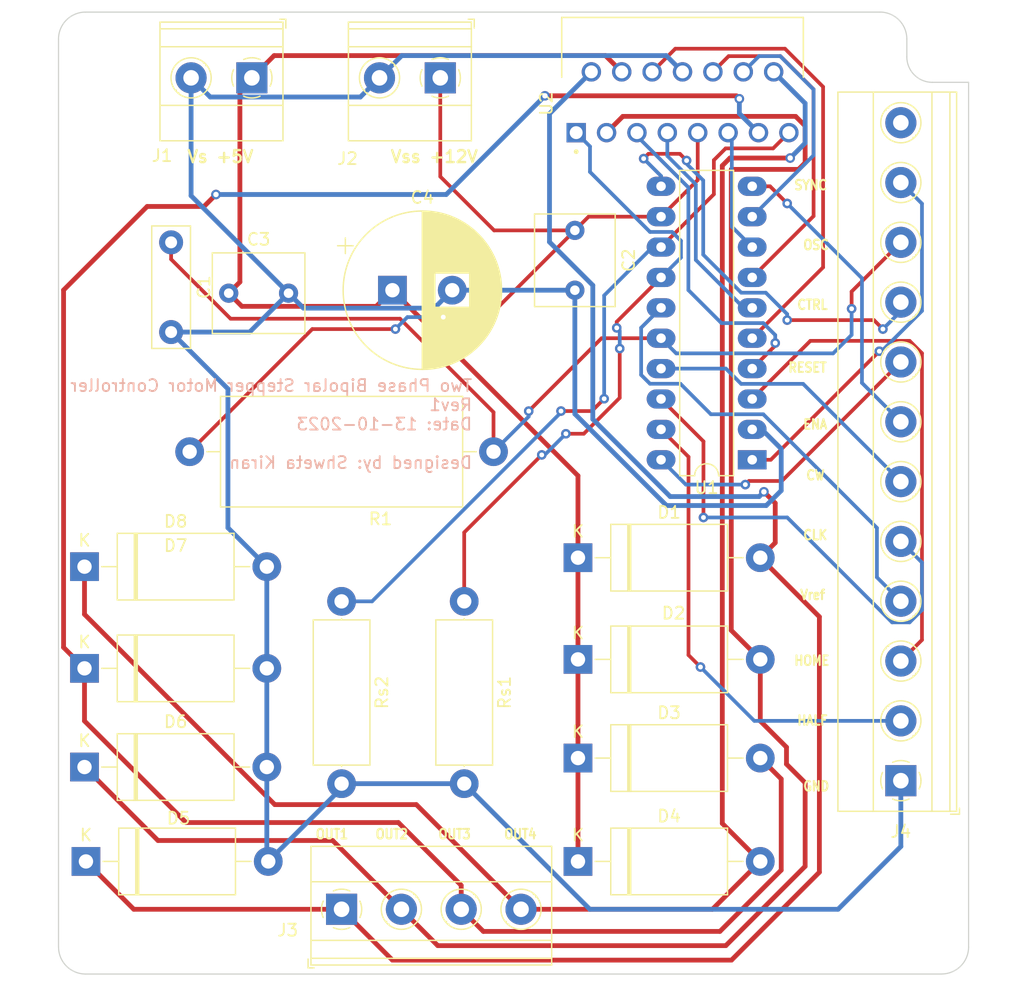
<source format=kicad_pcb>
(kicad_pcb (version 20221018) (generator pcbnew)
  (title_block (title "Two phase bipolar stepper motor") (date "2023-10-10") (rev "1") (company "Shweta Kiran"))
  (layers (0 "F.Cu" signal) (31 "B.Cu" signal) (34 "B.Paste" user) (35 "F.Paste" user) (36 "B.SilkS" user "B.Silkscreen") (37 "F.SilkS" user "F.Silkscreen") (38 "B.Mask" user) (39 "F.Mask" user) (44 "Edge.Cuts" user))
  (net 0 "")
  (net 1 "/OSC")
  (net 2 "GND")
  (net 3 "VSS")
  (net 4 "VS")
  (net 5 "Net-(D1-A)")
  (net 6 "Net-(D2-A)")
  (net 7 "Net-(D3-A)")
  (net 8 "Net-(D4-A)")
  (net 9 "/HALF")
  (net 10 "/HOME")
  (net 11 "/Vref")
  (net 12 "/CLK")
  (net 13 "/CW")
  (net 14 "/ENA")
  (net 15 "/RESET")
  (net 16 "/CTRL")
  (net 17 "/SYNC")
  (net 19 "/Rs1")
  (net 20 "/Rs2")
  (net 21 "Net-(U1-A)")
  (net 22 "Net-(U1-INH1)")
  (net 23 "Net-(U1-B)")
  (net 24 "Net-(U1-C)")
  (net 25 "Net-(U1-INH2)")
  (net 26 "Net-(U1-D)")
  (footprint "Capacitor_THT:C_Rect_L7.5mm_W6.5mm_P5.00mm" (layer "F.Cu") (at 187 55.75 -90)
    (fp_text reference "C2" (at 2.5 -4.5 90) (layer "F.SilkS"))
    (fp_text value "100nF")
    (pad "1" thru_hole circle (at 0 0 270) (size 1.6 1.6) (drill 0.8) (layers "*.Cu" "*.Mask") (net 3 "VSS"))
    (pad "2" thru_hole circle (at 5 0 270) (size 1.6 1.6) (drill 0.8) (layers "*.Cu" "*.Mask") (net 2 "GND"))
  )
  (footprint "Capacitor_THT:C_Rect_L10.0mm_W3.0mm_P7.50mm_FKS3_FKP3" (layer "F.Cu") (at 153.25 56.75 -90)
    (fp_text reference "C1" (at 3.75 -2.75 90) (layer "F.SilkS"))
    (fp_text value "3.3nF")
    (pad "1" thru_hole circle (at 0 0 270) (size 2 2) (drill 1) (layers "*.Cu" "*.Mask") (net 1 "/OSC"))
    (pad "2" thru_hole circle (at 7.5 0 270) (size 2 2) (drill 1) (layers "*.Cu" "*.Mask") (net 2 "GND"))
  )
  (footprint "Package_DIP:DIP-20_W7.62mm_LongPads" (layer "F.Cu") (at 201.825 74.925 180)
    (fp_text reference "U1" (at 3.81 -2.33) (layer "F.SilkS"))
    (fp_text value "L297")
    (pad "1" thru_hole rect (at 0 0 180) (size 2.4 1.6) (drill 0.8) (layers "*.Cu" "*.Mask") (net 17 "/SYNC"))
    (pad "2" thru_hole oval (at 0 2.54 180) (size 2.4 1.6) (drill 0.8) (layers "*.Cu" "*.Mask") (net 2 "GND"))
    (pad "3" thru_hole oval (at 0 5.08 180) (size 2.4 1.6) (drill 0.8) (layers "*.Cu" "*.Mask") (net 10 "/HOME"))
    (pad "4" thru_hole oval (at 0 7.62 180) (size 2.4 1.6) (drill 0.8) (layers "*.Cu" "*.Mask") (net 21 "Net-(U1-A)"))
    (pad "5" thru_hole oval (at 0 10.16 180) (size 2.4 1.6) (drill 0.8) (layers "*.Cu" "*.Mask") (net 22 "Net-(U1-INH1)"))
    (pad "6" thru_hole oval (at 0 12.7 180) (size 2.4 1.6) (drill 0.8) (layers "*.Cu" "*.Mask") (net 23 "Net-(U1-B)"))
    (pad "7" thru_hole oval (at 0 15.24 180) (size 2.4 1.6) (drill 0.8) (layers "*.Cu" "*.Mask") (net 24 "Net-(U1-C)"))
    (pad "8" thru_hole oval (at 0 17.78 180) (size 2.4 1.6) (drill 0.8) (layers "*.Cu" "*.Mask") (net 25 "Net-(U1-INH2)"))
    (pad "9" thru_hole oval (at 0 20.32 180) (size 2.4 1.6) (drill 0.8) (layers "*.Cu" "*.Mask") (net 26 "Net-(U1-D)"))
    (pad "10" thru_hole oval (at 0 22.86 180) (size 2.4 1.6) (drill 0.8) (layers "*.Cu" "*.Mask") (net 14 "/ENA"))
    (pad "11" thru_hole oval (at 7.62 22.86 180) (size 2.4 1.6) (drill 0.8) (layers "*.Cu" "*.Mask") (net 16 "/CTRL"))
    (pad "12" thru_hole oval (at 7.62 20.32 180) (size 2.4 1.6) (drill 0.8) (layers "*.Cu" "*.Mask") (net 3 "VSS"))
    (pad "13" thru_hole oval (at 7.62 17.78 180) (size 2.4 1.6) (drill 0.8) (layers "*.Cu" "*.Mask") (net 20 "/Rs2"))
    (pad "14" thru_hole oval (at 7.62 15.24 180) (size 2.4 1.6) (drill 0.8) (layers "*.Cu" "*.Mask") (net 19 "/Rs1"))
    (pad "15" thru_hole oval (at 7.62 12.7 180) (size 2.4 1.6) (drill 0.8) (layers "*.Cu" "*.Mask") (net 11 "/Vref"))
    (pad "16" thru_hole oval (at 7.62 10.16 180) (size 2.4 1.6) (drill 0.8) (layers "*.Cu" "*.Mask") (net 1 "/OSC"))
    (pad "17" thru_hole oval (at 7.62 7.62 180) (size 2.4 1.6) (drill 0.8) (layers "*.Cu" "*.Mask") (net 13 "/CW"))
    (pad "18" thru_hole oval (at 7.62 5.08 180) (size 2.4 1.6) (drill 0.8) (layers "*.Cu" "*.Mask") (net 12 "/CLK"))
    (pad "19" thru_hole oval (at 7.62 2.54 180) (size 2.4 1.6) (drill 0.8) (layers "*.Cu" "*.Mask") (net 9 "/HALF"))
    (pad "20" thru_hole oval (at 7.62 0 180) (size 2.4 1.6) (drill 0.8) (layers "*.Cu" "*.Mask") (net 15 "/RESET"))
  )
  (footprint "Resistor_THT:R_Axial_DIN0922_L20.0mm_D9.0mm_P25.40mm_Horizontal" (layer "F.Cu") (at 180.2 74.25 180)
    (fp_text reference "R1" (at 9.45 -5.62) (layer "F.SilkS"))
    (fp_text value "22K")
    (pad "1" thru_hole circle (at 0 0 180) (size 2.4 2.4) (drill 1.2) (layers "*.Cu" "*.Mask") (net 1 "/OSC"))
    (pad "2" thru_hole oval (at 25.4 0 180) (size 2.4 2.4) (drill 1.2) (layers "*.Cu" "*.Mask") (net 3 "VSS"))
  )
  (footprint "Diode_THT:D_DO-27_P15.24mm_Horizontal" (layer "F.Cu") (at 146.01 83.86)
    (fp_text reference "D8" (at 7.62 -3.785) (layer "F.SilkS"))
    (fp_text value "D_Schottky")
    (fp_text user "K" (at 0 -2.2) (layer "F.SilkS"))
    (pad "1" thru_hole rect (at 0 0) (size 2.4 2.4) (drill 1.2) (layers "*.Cu" "*.Mask") (net 8 "Net-(D4-A)"))
    (pad "2" thru_hole oval (at 15.24 0) (size 2.4 2.4) (drill 1.2) (layers "*.Cu" "*.Mask") (net 2 "GND"))
  )
  (footprint "Resistor_THT:R_Axial_DIN0414_L11.9mm_D4.5mm_P15.24mm_Horizontal" (layer "F.Cu") (at 177.75 86.76 -90)
    (fp_text reference "Rs1" (at 7.62 -3.37 90) (layer "F.SilkS"))
    (fp_text value "0.5 Ohm")
    (pad "1" thru_hole circle (at 0 0 270) (size 2.4 2.4) (drill 1.2) (layers "*.Cu" "*.Mask") (net 19 "/Rs1"))
    (pad "2" thru_hole oval (at 15.24 0 270) (size 2.4 2.4) (drill 1.2) (layers "*.Cu" "*.Mask") (net 2 "GND"))
  )
  (footprint "MountingHole:MountingHole_2.5mm" (layer "F.Cu") (at 211.5 40.5)
    (fp_text reference "REF**" hide)
    (fp_text value "MountingHole_2.5mm")
    (pad "" np_thru_hole circle (at 0 0) (size 2.5 2.5) (drill 2.5) (layers "*.Cu" "*.Mask"))
  )
  (footprint "Diode_THT:D_DO-27_P15.24mm_Horizontal" (layer "F.Cu") (at 187.26 99.86)
    (fp_text reference "D3" (at 7.62 -3.785) (layer "F.SilkS"))
    (fp_text value "D_Schottky")
    (fp_text user "K" (at 0 -2.2) (layer "F.SilkS"))
    (pad "1" thru_hole rect (at 0 0) (size 2.4 2.4) (drill 1.2) (layers "*.Cu" "*.Mask") (net 4 "VS"))
    (pad "2" thru_hole oval (at 15.24 0) (size 2.4 2.4) (drill 1.2) (layers "*.Cu" "*.Mask") (net 7 "Net-(D3-A)"))
  )
  (footprint "Diode_THT:D_DO-27_P15.24mm_Horizontal" (layer "F.Cu") (at 187.26 91.61)
    (fp_text reference "D2" (at 7.99 -3.86) (layer "F.SilkS"))
    (fp_text value "D_Schottky")
    (fp_text user "K" (at 0 -2.2) (layer "F.SilkS"))
    (pad "1" thru_hole rect (at 0 0) (size 2.4 2.4) (drill 1.2) (layers "*.Cu" "*.Mask") (net 4 "VS"))
    (pad "2" thru_hole oval (at 15.24 0) (size 2.4 2.4) (drill 1.2) (layers "*.Cu" "*.Mask") (net 6 "Net-(D2-A)"))
  )
  (footprint "Resistor_THT:R_Axial_DIN0414_L11.9mm_D4.5mm_P15.24mm_Horizontal" (layer "F.Cu") (at 167.5 86.76 -90)
    (fp_text reference "Rs2" (at 7.62 -3.37 90) (layer "F.SilkS"))
    (fp_text value "0.5 Ohm")
    (pad "1" thru_hole circle (at 0 0 270) (size 2.4 2.4) (drill 1.2) (layers "*.Cu" "*.Mask") (net 20 "/Rs2"))
    (pad "2" thru_hole oval (at 15.24 0 270) (size 2.4 2.4) (drill 1.2) (layers "*.Cu" "*.Mask") (net 2 "GND"))
  )
  (footprint "MountingHole:MountingHole_2.5mm" (layer "F.Cu") (at 147 40.75)
    (fp_text reference "REF**" hide)
    (fp_text value "MountingHole_2.5mm")
    (pad "" np_thru_hole circle (at 0 0) (size 2.5 2.5) (drill 2.5) (layers "*.Cu" "*.Mask"))
  )
  (footprint "L298N:TO127P2020X500X2100-15" (layer "F.Cu") (at 187.11 47.58 90)
    (fp_text reference "U2" (at 2.425 -2.495 90) (layer "F.SilkS"))
    (fp_text value "L298N")
    (pad "1" thru_hole rect (at 0 0 90) (size 1.62 1.62) (drill 1.08) (layers "*.Cu" "*.Mask") (net 19 "/Rs1"))
    (pad "2" thru_hole circle (at 5.08 1.27 90) (size 1.62 1.62) (drill 1.08) (layers "*.Cu" "*.Mask") (net 5 "Net-(D1-A)"))
    (pad "3" thru_hole circle (at 0 2.54 90) (size 1.62 1.62) (drill 1.08) (layers "*.Cu" "*.Mask") (net 6 "Net-(D2-A)"))
    (pad "4" thru_hole circle (at 5.08 3.81 90) (size 1.62 1.62) (drill 1.08) (layers "*.Cu" "*.Mask") (net 4 "VS"))
    (pad "5" thru_hole circle (at 0 5.08 90) (size 1.62 1.62) (drill 1.08) (layers "*.Cu" "*.Mask") (net 21 "Net-(U1-A)"))
    (pad "6" thru_hole circle (at 5.08 6.35 90) (size 1.62 1.62) (drill 1.08) (layers "*.Cu" "*.Mask") (net 22 "Net-(U1-INH1)"))
    (pad "7" thru_hole circle (at 0 7.62 90) (size 1.62 1.62) (drill 1.08) (layers "*.Cu" "*.Mask") (net 23 "Net-(U1-B)"))
    (pad "8" thru_hole circle (at 5.08 8.89 90) (size 1.62 1.62) (drill 1.08) (layers "*.Cu" "*.Mask") (net 2 "GND"))
    (pad "9" thru_hole circle (at 0 10.16 90) (size 1.62 1.62) (drill 1.08) (layers "*.Cu" "*.Mask") (net 3 "VSS"))
    (pad "10" thru_hole circle (at 5.08 11.43 90) (size 1.62 1.62) (drill 1.08) (layers "*.Cu" "*.Mask") (net 24 "Net-(U1-C)"))
    (pad "11" thru_hole circle (at 0 12.7 90) (size 1.62 1.62) (drill 1.08) (layers "*.Cu" "*.Mask") (net 25 "Net-(U1-INH2)"))
    (pad "12" thru_hole circle (at 5.08 13.97 90) (size 1.62 1.62) (drill 1.08) (layers "*.Cu" "*.Mask") (net 26 "Net-(U1-D)"))
    (pad "13" thru_hole circle (at 0 15.24 90) (size 1.62 1.62) (drill 1.08) (layers "*.Cu" "*.Mask") (net 7 "Net-(D3-A)"))
    (pad "14" thru_hole circle (at 5.08 16.51 90) (size 1.62 1.62) (drill 1.08) (layers "*.Cu" "*.Mask") (net 8 "Net-(D4-A)"))
    (pad "15" thru_hole circle (at 0 17.78 90) (size 1.62 1.62) (drill 1.08) (layers "*.Cu" "*.Mask") (net 20 "/Rs2"))
  )
  (footprint "Diode_THT:D_DO-27_P15.24mm_Horizontal" (layer "F.Cu") (at 146.01 100.61)
    (fp_text reference "D6" (at 7.62 -3.785) (layer "F.SilkS"))
    (fp_text value "D_Schottky")
    (fp_text user "K" (at 0 -2.2) (layer "F.SilkS"))
    (pad "1" thru_hole rect (at 0 0) (size 2.4 2.4) (drill 1.2) (layers "*.Cu" "*.Mask") (net 6 "Net-(D2-A)"))
    (pad "2" thru_hole oval (at 15.24 0) (size 2.4 2.4) (drill 1.2) (layers "*.Cu" "*.Mask") (net 2 "GND"))
  )
  (footprint "MountingHole:MountingHole_2.5mm" (layer "F.Cu") (at 147 114.75)
    (fp_text reference "REF**" hide)
    (fp_text value "MountingHole_2.5mm")
    (pad "" np_thru_hole circle (at 0 0) (size 2.5 2.5) (drill 2.5) (layers "*.Cu" "*.Mask"))
  )
  (footprint "Capacitor_THT:C_Rect_L7.5mm_W6.5mm_P5.00mm" (layer "F.Cu") (at 158.065215 61)
    (fp_text reference "C3" (at 2.5 -4.5) (layer "F.SilkS"))
    (fp_text value "100nF")
    (pad "1" thru_hole circle (at 0 0) (size 1.6 1.6) (drill 0.8) (layers "*.Cu" "*.Mask") (net 4 "VS"))
    (pad "2" thru_hole circle (at 5 0) (size 1.6 1.6) (drill 0.8) (layers "*.Cu" "*.Mask") (net 2 "GND"))
  )
  (footprint "Diode_THT:D_DO-27_P15.24mm_Horizontal" (layer "F.Cu") (at 187.26 83.11)
    (fp_text reference "D1" (at 7.62 -3.785) (layer "F.SilkS"))
    (fp_text value "D_Schottky")
    (fp_text user "K" (at 0 -2.2) (layer "F.SilkS"))
    (pad "1" thru_hole rect (at 0 0) (size 2.4 2.4) (drill 1.2) (layers "*.Cu" "*.Mask") (net 4 "VS"))
    (pad "2" thru_hole oval (at 15.24 0) (size 2.4 2.4) (drill 1.2) (layers "*.Cu" "*.Mask") (net 5 "Net-(D1-A)"))
  )
  (footprint "TerminalBlock_Phoenix:TerminalBlock_Phoenix_MKDS-1,5-4_1x04_P5.00mm_Horizontal" (layer "F.Cu") (at 167.5 112.5)
    (fp_text reference "J3" (at -4.5 1.75) (layer "F.SilkS"))
    (fp_text value "Screw_Terminal_01x04")
    (pad "1" thru_hole rect (at 0 0) (size 2.6 2.6) (drill 1.3) (layers "*.Cu" "*.Mask") (net 5 "Net-(D1-A)"))
    (pad "2" thru_hole circle (at 5 0) (size 2.6 2.6) (drill 1.3) (layers "*.Cu" "*.Mask") (net 6 "Net-(D2-A)"))
    (pad "3" thru_hole circle (at 10 0) (size 2.6 2.6) (drill 1.3) (layers "*.Cu" "*.Mask") (net 7 "Net-(D3-A)"))
    (pad "4" thru_hole circle (at 15 0) (size 2.6 2.6) (drill 1.3) (layers "*.Cu" "*.Mask") (net 8 "Net-(D4-A)"))
  )
  (footprint "Capacitor_THT:CP_Radial_D13.0mm_P5.00mm" (layer "F.Cu") (at 171.75 60.75)
    (fp_text reference "C4" (at 2.5 -7.75) (layer "F.SilkS"))
    (fp_text value "470uF")
    (pad "1" thru_hole rect (at 0 0) (size 2.4 2.4) (drill 1.2) (layers "*.Cu" "*.Mask") (net 4 "VS"))
    (pad "2" thru_hole circle (at 5 0) (size 2.4 2.4) (drill 1.2) (layers "*.Cu" "*.Mask") (net 2 "GND"))
  )
  (footprint "Diode_THT:D_DO-27_P15.24mm_Horizontal" (layer "F.Cu") (at 146.13 108.5)
    (fp_text reference "D5" (at 7.74 -3.61) (layer "F.SilkS"))
    (fp_text value "D_Schottky")
    (fp_text user "K" (at 0 -2.2) (layer "F.SilkS"))
    (pad "1" thru_hole rect (at 0 0) (size 2.4 2.4) (drill 1.2) (layers "*.Cu" "*.Mask") (net 5 "Net-(D1-A)"))
    (pad "2" thru_hole oval (at 15.24 0) (size 2.4 2.4) (drill 1.2) (layers "*.Cu" "*.Mask") (net 2 "GND"))
  )
  (footprint "Diode_THT:D_DO-27_P15.24mm_Horizontal" (layer "F.Cu") (at 146.01 92.36)
    (fp_text reference "D7" (at 7.62 -10.2575) (layer "F.SilkS"))
    (fp_text value "D_Schottky")
    (fp_text user "K" (at 0 -2.2) (layer "F.SilkS"))
    (pad "1" thru_hole rect (at 0 0) (size 2.4 2.4) (drill 1.2) (layers "*.Cu" "*.Mask") (net 7 "Net-(D3-A)"))
    (pad "2" thru_hole oval (at 15.24 0) (size 2.4 2.4) (drill 1.2) (layers "*.Cu" "*.Mask") (net 2 "GND"))
  )
  (footprint "TerminalBlock_Phoenix:TerminalBlock_Phoenix_MKDS-1,5-2-5.08_1x02_P5.08mm_Horizontal" (layer "F.Cu") (at 160 43 180)
    (fp_text reference "J1" (at 7.5 -6.5) (layer "F.SilkS"))
    (fp_text value "Screw_Terminal_01x02")
    (pad "1" thru_hole rect (at 0 0 180) (size 2.6 2.6) (drill 1.3) (layers "*.Cu" "*.Mask") (net 4 "VS"))
    (pad "2" thru_hole circle (at 5.08 0 180) (size 2.6 2.6) (drill 1.3) (layers "*.Cu" "*.Mask") (net 2 "GND"))
  )
  (footprint "TerminalBlock_Phoenix:TerminalBlock_Phoenix_MKDS-1,5-12_1x12_P5.00mm_Horizontal" (layer "F.Cu") (at 214.25 101.75 90)
    (fp_text reference "J4" (at -4.25 0 180) (layer "F.SilkS"))
    (fp_text value "Screw_Terminal_01x12")
    (pad "1" thru_hole rect (at 0 0 90) (size 2.6 2.6) (drill 1.3) (layers "*.Cu" "*.Mask") (net 2 "GND"))
    (pad "2" thru_hole circle (at 5 0 90) (size 2.6 2.6) (drill 1.3) (layers "*.Cu" "*.Mask") (net 9 "/HALF"))
    (pad "3" thru_hole circle (at 10 0 90) (size 2.6 2.6) (drill 1.3) (layers "*.Cu" "*.Mask") (net 10 "/HOME"))
    (pad "4" thru_hole circle (at 15 0 90) (size 2.6 2.6) (drill 1.3) (layers "*.Cu" "*.Mask") (net 11 "/Vref"))
    (pad "5" thru_hole circle (at 20 0 90) (size 2.6 2.6) (drill 1.3) (layers "*.Cu" "*.Mask") (net 12 "/CLK"))
    (pad "6" thru_hole circle (at 25 0 90) (size 2.6 2.6) (drill 1.3) (layers "*.Cu" "*.Mask") (net 13 "/CW"))
    (pad "7" thru_hole circle (at 30 0 90) (size 2.6 2.6) (drill 1.3) (layers "*.Cu" "*.Mask") (net 14 "/ENA"))
    (pad "8" thru_hole circle (at 35 0 90) (size 2.6 2.6) (drill 1.3) (layers "*.Cu" "*.Mask") (net 15 "/RESET"))
    (pad "9" thru_hole circle (at 40 0 90) (size 2.6 2.6) (drill 1.3) (layers "*.Cu" "*.Mask") (net 16 "/CTRL"))
    (pad "10" thru_hole circle (at 45 0 90) (size 2.6 2.6) (drill 1.3) (layers "*.Cu" "*.Mask") (net 1 "/OSC"))
    (pad "11" thru_hole circle (at 50 0 90) (size 2.6 2.6) (drill 1.3) (layers "*.Cu" "*.Mask") (net 17 "/SYNC"))
    (pad "12" thru_hole circle (at 55 0 90) (size 2.6 2.6) (drill 1.3) (layers "*.Cu" "*.Mask"))
  )
  (footprint "MountingHole:MountingHole_2.5mm" (layer "F.Cu") (at 216.5 114.75)
    (fp_text reference "REF**" hide)
    (fp_text value "MountingHole_2.5mm")
    (pad "" np_thru_hole circle (at 0 0) (size 2.5 2.5) (drill 2.5) (layers "*.Cu" "*.Mask"))
  )
  (footprint "Diode_THT:D_DO-27_P15.24mm_Horizontal" (layer "F.Cu") (at 187.26 108.5)
    (fp_text reference "D4" (at 7.62 -3.785) (layer "F.SilkS"))
    (fp_text value "D_Schottky")
    (fp_text user "K" (at 0 -2.2) (layer "F.SilkS"))
    (pad "1" thru_hole rect (at 0 0) (size 2.4 2.4) (drill 1.2) (layers "*.Cu" "*.Mask") (net 4 "VS"))
    (pad "2" thru_hole oval (at 15.24 0) (size 2.4 2.4) (drill 1.2) (layers "*.Cu" "*.Mask") (net 8 "Net-(D4-A)"))
  )
  (footprint "TerminalBlock_Phoenix:TerminalBlock_Phoenix_MKDS-1,5-2-5.08_1x02_P5.08mm_Horizontal" (layer "F.Cu") (at 175.75 43 180)
    (fp_text reference "J2" (at 7.75 -6.75) (layer "F.SilkS"))
    (fp_text value "Screw_Terminal_01x02")
    (pad "1" thru_hole rect (at 0 0 180) (size 2.6 2.6) (drill 1.3) (layers "*.Cu" "*.Mask") (net 3 "VSS"))
    (pad "2" thru_hole circle (at 5.08 0 180) (size 2.6 2.6) (drill 1.3) (layers "*.Cu" "*.Mask") (net 2 "GND"))
  )
  (gr_line (start 214.750006 39.755203) (end 214.750006 41.244797) (stroke (width 0.1)) (layer "Edge.Cuts"))
  (gr_line (start 146.092833 37.503673) (end 212.5 37.503673) (stroke (width 0.1)) (layer "Edge.Cuts"))
  (gr_line (start 143.83763 39.753679) (end 143.83763 115.657167) (stroke (width 0.1)) (layer "Edge.Cuts"))
  (gr_arc (start 212.5 37.5) (mid 214.091309 38.16237) (end 214.750006 39.755203) (stroke (width 0.1)) (layer "Edge.Cuts"))
  (gr_line (start 146.091309 117.91237) (end 217.657167 117.91237) (stroke (width 0.1)) (layer "Edge.Cuts"))
  (gr_arc (start 219.91237 115.658691) (mid 219.25 117.25) (end 217.657167 117.908697) (stroke (width 0.1)) (layer "Edge.Cuts"))
  (gr_line (start 219.91237 115.658691) (end 219.91237 43.373476) (stroke (width 0.1)) (layer "Edge.Cuts"))
  (gr_line (start 216.878685 43.373476) (end 219.91237 43.373476) (stroke (width 0.1)) (layer "Edge.Cuts"))
  (gr_arc (start 146.091309 117.91237) (mid 144.5 117.25) (end 143.841303 115.657167) (stroke (width 0.1)) (layer "Edge.Cuts"))
  (gr_arc (start 216.878685 43.373476) (mid 215.373482 42.75) (end 214.750006 41.244797) (stroke (width 0.1)) (layer "Edge.Cuts"))
  (gr_arc (start 143.83763 39.753679) (mid 144.5 38.16237) (end 146.092833 37.503673) (stroke (width 0.1)) (layer "Edge.Cuts"))
  (gr_text "Two Phase Bipolar Stepper Motor Controller\nRev1\nDate: 13-10-2023\n\nDesigned by: Shweta Kiran" (at 178.5 75.75) (layer "B.SilkS") (effects (font (size 1 1)) (justify left bottom mirror)))
  (gr_text "SYNC\n" (at 205.25 51.5) (layer "F.SilkS") (effects (font (size 0.8 0.7) (thickness 0.17) bold) (justify left top)))
  (gr_text "Vref\n" (at 205.75 85.75) (layer "F.SilkS") (effects (font (size 0.8 0.7) (thickness 0.17) bold) (justify left top)))
  (gr_text "HALF\n" (at 205.5 96.25) (layer "F.SilkS") (effects (font (size 0.8 0.7) (thickness 0.17) bold) (justify left top)))
  (gr_text "Vs +5V" (at 154.5 49) (layer "F.SilkS") (effects (font (size 1 1) (thickness 0.2) bold) (justify left top)))
  (gr_text "OUT1" (at 165.25 105.75) (layer "F.SilkS") (effects (font (size 0.8 0.7) (thickness 0.17) bold) (justify left top)))
  (gr_text "OUT3" (at 175.5 105.75) (layer "F.SilkS") (effects (font (size 0.8 0.7) (thickness 0.17) bold) (justify left top)))
  (gr_text "GND\n" (at 206 101.75) (layer "F.SilkS") (effects (font (size 0.8 0.7) (thickness 0.17) bold) (justify left top)))
  (gr_text "OUT4" (at 181 105.75) (layer "F.SilkS") (effects (font (size 0.8 0.7) (thickness 0.17) bold) (justify left top)))
  (gr_text "CTRL\n" (at 205.5 61.5) (layer "F.SilkS") (effects (font (size 0.8 0.7) (thickness 0.17) bold) (justify left top)))
  (gr_text "OUT2" (at 170.25 105.75) (layer "F.SilkS") (effects (font (size 0.8 0.7) (thickness 0.17) bold) (justify left top)))
  (gr_text "CW" (at 206.25 75.75) (layer "F.SilkS") (effects (font (size 0.8 0.7) (thickness 0.17) bold) (justify left top)))
  (gr_text "RESET" (at 204.75 66.75) (layer "F.SilkS") (effects (font (size 0.8 0.7) (thickness 0.17) bold) (justify left top)))
  (gr_text "OSC\n" (at 206 56.5) (layer "F.SilkS") (effects (font (size 0.8 0.7) (thickness 0.17) bold) (justify left top)))
  (gr_text "ENA" (at 206 71.5) (layer "F.SilkS") (effects (font (size 0.8 0.7) (thickness 0.17) bold) (justify left top)))
  (gr_text "HOME" (at 205.25 91.25) (layer "F.SilkS") (effects (font (size 0.8 0.7) (thickness 0.17) bold) (justify left top)))
  (gr_text "Vss +12V" (at 171.5 49) (layer "F.SilkS") (effects (font (size 1 1) (thickness 0.2) bold) (justify left top)))
  (gr_text "CLK" (at 206 80.75) (layer "F.SilkS") (effects (font (size 0.8 0.7) (thickness 0.17) bold) (justify left top)))
  (segment (start 214.25 56.75) (end 210.135 60.865) (width 0.31) (layer "F.Cu") (net 1))
  (segment (start 189.235 64.765) (end 194.205 64.765) (width 0.31) (layer "F.Cu") (net 1))
  (segment (start 183.143114 70.856886) (end 189.235 64.765) (width 0.31) (layer "F.Cu") (net 1))
  (segment (start 210.135 60.865) (end 210.135 62.302053) (width 0.31) (layer "F.Cu") (net 1))
  (segment (start 153.25 56.75) (end 153.25 58.164213) (width 0.31) (layer "F.Cu") (net 1))
  (segment (start 172.385 63.135) (end 180.2 70.95) (width 0.31) (layer "F.Cu") (net 1))
  (segment (start 180.2 70.95) (end 180.2 74.25) (width 0.31) (layer "F.Cu") (net 1))
  (segment (start 158.220787 63.135) (end 172.385 63.135) (width 0.31) (layer "F.Cu") (net 1))
  (segment (start 153.25 58.164213) (end 158.220787 63.135) (width 0.31) (layer "F.Cu") (net 1))
  (via (at 210.135 62.302053) (size 0.8) (drill 0.4) (layers "F.Cu" "B.Cu") (net 1))
  (via (at 183.143114 70.856886) (size 0.8) (drill 0.4) (layers "F.Cu" "B.Cu") (net 1))
  (segment (start 183.143114 70.856886) (end 183.143114 71.306886) (width 0.31) (layer "B.Cu") (net 1))
  (segment (start 208.589868 66.03) (end 210.135 64.484868) (width 0.31) (layer "B.Cu") (net 1))
  (segment (start 210.135 64.484868) (end 210.135 62.302053) (width 0.31) (layer "B.Cu") (net 1))
  (segment (start 194.205 64.765) (end 195.47 66.03) (width 0.31) (layer "B.Cu") (net 1))
  (segment (start 183.143114 71.306886) (end 180.2 74.25) (width 0.31) (layer "B.Cu") (net 1))
  (segment (start 195.47 66.03) (end 208.589868 66.03) (width 0.31) (layer "B.Cu") (net 1))
  (segment (start 154.92 43) (end 156.52 44.6) (width 0.4) (layer "B.Cu") (net 2))
  (segment (start 158 69) (end 158 80.61) (width 0.4) (layer "B.Cu") (net 2))
  (segment (start 202.625 72.385) (end 201.825 72.385) (width 0.4) (layer "B.Cu") (net 2))
  (segment (start 209 112.5) (end 214.25 107.25) (width 0.4) (layer "B.Cu") (net 2))
  (segment (start 187 71.089848) (end 194.660152 78.75) (width 0.4) (layer "B.Cu") (net 2))
  (segment (start 158 80.61) (end 161.25 83.86) (width 0.4) (layer "B.Cu") (net 2))
  (segment (start 167.5 102) (end 177.75 102) (width 0.4) (layer "B.Cu") (net 2))
  (segment (start 154.92 43) (end 154.92 52.854785) (width 0.4) (layer "B.Cu") (net 2))
  (segment (start 159.815215 64.25) (end 153.25 64.25) (width 0.4) (layer "B.Cu") (net 2))
  (segment (start 161.25 100.61) (end 161.25 108.38) (width 0.4) (layer "B.Cu") (net 2))
  (segment (start 188.25 112.5) (end 209 112.5) (width 0.4) (layer "B.Cu") (net 2))
  (segment (start 170.67 43) (end 172.53 41.14) (width 0.4) (layer "B.Cu") (net 2))
  (segment (start 204.25 77.5) (end 204.25 74.01) (width 0.4) (layer "B.Cu") (net 2))
  (segment (start 177.75 102) (end 188.25 112.5) (width 0.4) (layer "B.Cu") (net 2))
  (segment (start 175.25 62.25) (end 176.75 60.75) (width 0.4) (layer "B.Cu") (net 2))
  (segment (start 161.25 92.36) (end 161.25 100.61) (width 0.4) (layer "B.Cu") (net 2))
  (segment (start 161.25 83.86) (end 161.25 92.36) (width 0.4) (layer "B.Cu") (net 2))
  (segment (start 187 60.75) (end 187 71.089848) (width 0.4) (layer "B.Cu") (net 2))
  (segment (start 214.25 107.25) (end 214.25 101.75) (width 0.4) (layer "B.Cu") (net 2))
  (segment (start 164.315215 62.25) (end 175.25 62.25) (width 0.4) (layer "B.Cu") (net 2))
  (segment (start 204.25 74.01) (end 202.625 72.385) (width 0.4) (layer "B.Cu") (net 2))
  (segment (start 161.25 108.38) (end 161.37 108.5) (width 0.4) (layer "B.Cu") (net 2))
  (segment (start 153.25 64.25) (end 158 69) (width 0.4) (layer "B.Cu") (net 2))
  (segment (start 163.065215 61) (end 159.815215 64.25) (width 0.4) (layer "B.Cu") (net 2))
  (segment (start 176.75 60.75) (end 187 60.75) (width 0.4) (layer "B.Cu") (net 2))
  (segment (start 194.64 41.14) (end 196 42.5) (width 0.4) (layer "B.Cu") (net 2))
  (segment (start 167.5 102.37) (end 167.5 102) (width 0.4) (layer "B.Cu") (net 2))
  (segment (start 203 78.75) (end 204.25 77.5) (width 0.4) (layer "B.Cu") (net 2))
  (segment (start 161.37 108.5) (end 167.5 102.37) (width 0.4) (layer "B.Cu") (net 2))
  (segment (start 154.92 52.854785) (end 163.065215 61) (width 0.4) (layer "B.Cu") (net 2))
  (segment (start 156.52 44.6) (end 169.07 44.6) (width 0.4) (layer "B.Cu") (net 2))
  (segment (start 172.53 41.14) (end 194.64 41.14) (width 0.4) (layer "B.Cu") (net 2))
  (segment (start 163.065215 61) (end 164.315215 62.25) (width 0.4) (layer "B.Cu") (net 2))
  (segment (start 169.07 44.6) (end 170.67 43) (width 0.4) (layer "B.Cu") (net 2))
  (segment (start 194.660152 78.75) (end 203 78.75) (width 0.4) (layer "B.Cu") (net 2))
  (segment (start 175.75 43) (end 175.75 51.25) (width 0.31) (layer "F.Cu") (net 3))
  (segment (start 180.25 55.75) (end 187 55.75) (width 0.31) (layer "F.Cu") (net 3))
  (segment (start 165.05 64) (end 154.8 74.25) (width 0.31) (layer "F.Cu") (net 3))
  (segment (start 172 64) (end 165.05 64) (width 0.31) (layer "F.Cu") (net 3))
  (segment (start 197.27 47.58) (end 197.27 51.54) (width 0.31) (layer "F.Cu") (net 3))
  (segment (start 179.75 63) (end 176 63) (width 0.31) (layer "F.Cu") (net 3))
  (segment (start 175.75 51.25) (end 180.25 55.75) (width 0.31) (layer "F.Cu") (net 3))
  (segment (start 194.205 54.605) (end 188.145 54.605) (width 0.31) (layer "F.Cu") (net 3))
  (segment (start 187 55.75) (end 179.75 63) (width 0.31) (layer "F.Cu") (net 3))
  (segment (start 188.145 54.605) (end 187 55.75) (width 0.31) (layer "F.Cu") (net 3))
  (segment (start 197.27 51.54) (end 194.205 54.605) (width 0.31) (layer "F.Cu") (net 3))
  (via (at 172 64) (size 0.8) (drill 0.4) (layers "F.Cu" "B.Cu") (net 3))
  (via (at 176 63) (size 0.8) (drill 0.4) (layers "F.Cu" "B.Cu") (net 3))
  (segment (start 176 63) (end 173 63) (width 0.31) (layer "B.Cu") (net 3))
  (segment (start 173 63) (end 172 64) (width 0.31) (layer "B.Cu") (net 3))
  (segment (start 171.75 60.75) (end 187.26 76.26) (width 0.4) (layer "F.Cu") (net 4))
  (segment (start 159 60.065215) (end 158.065215 61) (width 0.4) (layer "F.Cu") (net 4))
  (segment (start 187.26 99.86) (end 187.26 108.5) (width 0.4) (layer "F.Cu") (net 4))
  (segment (start 160 43.25) (end 159 44.25) (width 0.4) (layer "F.Cu") (net 4))
  (segment (start 159.165215 62.1) (end 158.065215 61) (width 0.4) (layer "F.Cu") (net 4))
  (segment (start 187.26 91.61) (end 187.26 99.86) (width 0.4) (layer "F.Cu") (net 4))
  (segment (start 159 44.25) (end 159 60.065215) (width 0.4) (layer "F.Cu") (net 4))
  (segment (start 187.26 76.26) (end 187.26 83.11) (width 0.4) (layer "F.Cu") (net 4))
  (segment (start 171.75 60.75) (end 170.4 62.1) (width 0.4) (layer "F.Cu") (net 4))
  (segment (start 187.26 83.11) (end 187.26 91.61) (width 0.4) (layer "F.Cu") (net 4))
  (segment (start 170.4 62.1) (end 159.165215 62.1) (width 0.4) (layer "F.Cu") (net 4))
  (segment (start 160 43) (end 160 43.25) (width 0.4) (layer "F.Cu") (net 4))
  (segment (start 160 43) (end 161.86 41.14) (width 0.4) (layer "F.Cu") (net 4))
  (segment (start 161.86 41.14) (end 189.56 41.14) (width 0.4) (layer "F.Cu") (net 4))
  (segment (start 189.56 41.14) (end 190.92 42.5) (width 0.4) (layer "F.Cu") (net 4))
  (segment (start 202.803351 77.603851) (end 203.75 78.5505) (width 0.4) (layer "F.Cu") (net 5))
  (segment (start 167.5 112.5) (end 150.13 112.5) (width 0.4) (layer "F.Cu") (net 5))
  (segment (start 200.090702 116.75) (end 207.44 109.400702) (width 0.4) (layer "F.Cu") (net 5))
  (segment (start 171.75 116.75) (end 200.090702 116.75) (width 0.4) (layer "F.Cu") (net 5))
  (segment (start 150.13 112.5) (end 146.13 108.5) (width 0.4) (layer "F.Cu") (net 5))
  (segment (start 207.44 109.400702) (end 207.44 88.05) (width 0.4) (layer "F.Cu") (net 5))
  (segment (start 207.44 88.05) (end 202.5 83.11) (width 0.4) (layer "F.Cu") (net 5))
  (segment (start 203.75 78.5505) (end 203.75 81.86) (width 0.4) (layer "F.Cu") (net 5))
  (segment (start 167.5 112.5) (end 171.75 116.75) (width 0.4) (layer "F.Cu") (net 5))
  (segment (start 203.75 81.86) (end 202.5 83.11) (width 0.4) (layer "F.Cu") (net 5))
  (via (at 202.803351 77.603851) (size 0.8) (drill 0.45) (layers "F.Cu" "B.Cu") (net 5))
  (segment (start 184.88 46) (end 188.38 42.5) (width 0.4) (layer "B.Cu") (net 5))
  (segment (start 202.803351 77.603851) (end 202.407202 78) (width 0.4) (layer "B.Cu") (net 5))
  (segment (start 188.5 60.340811) (end 184.88 56.720811) (width 0.4) (layer "B.Cu") (net 5))
  (segment (start 184.88 56.720811) (end 184.88 46) (width 0.4) (layer "B.Cu") (net 5))
  (segment (start 202.407202 78) (end 194.970812 78) (width 0.4) (layer "B.Cu") (net 5))
  (segment (start 194.970812 78) (end 188.5 71.529188) (width 0.4) (layer "B.Cu") (net 5))
  (segment (start 188.5 71.529188) (end 188.5 60.340811) (width 0.4) (layer "B.Cu") (net 5))
  (segment (start 206.25 50.093503) (end 206.25 47.016669) (width 0.4) (layer "F.Cu") (net 6))
  (segment (start 166.75 106.75) (end 152.15 106.75) (width 0.4) (layer "F.Cu") (net 6))
  (segment (start 204.69 100.367086) (end 204.69 98.952872) (width 0.4) (layer "F.Cu") (net 6))
  (segment (start 205.453331 46.22) (end 191.01 46.22) (width 0.4) (layer "F.Cu") (net 6))
  (segment (start 202.5 91.61) (end 200.075 89.185) (width 0.4) (layer "F.Cu") (net 6))
  (segment (start 200.075 50.651669) (end 205.691834 50.651669) (width 0.4) (layer "F.Cu") (net 6))
  (segment (start 172.5 112.5) (end 166.75 106.75) (width 0.4) (layer "F.Cu") (net 6))
  (segment (start 152.15 106.75) (end 146.01 100.61) (width 0.4) (layer "F.Cu") (net 6))
  (segment (start 200.075 89.185) (end 200.075 50.651669) (width 0.4) (layer "F.Cu") (net 6))
  (segment (start 202.5 96.762872) (end 202.5 91.61) (width 0.4) (layer "F.Cu") (net 6))
  (segment (start 172.5 112.5) (end 175.54 115.54) (width 0.4) (layer "F.Cu") (net 6))
  (segment (start 199.617788 115.54) (end 206.25 108.907788) (width 0.4) (layer "F.Cu") (net 6))
  (segment (start 204.69 98.952872) (end 202.5 96.762872) (width 0.4) (layer "F.Cu") (net 6))
  (segment (start 206.25 47.016669) (end 205.453331 46.22) (width 0.4) (layer "F.Cu") (net 6))
  (segment (start 206.25 101.927086) (end 204.69 100.367086) (width 0.4) (layer "F.Cu") (net 6))
  (segment (start 206.25 108.907788) (end 206.25 101.927086) (width 0.4) (layer "F.Cu") (net 6))
  (segment (start 191.01 46.22) (end 189.65 47.58) (width 0.4) (layer "F.Cu") (net 6))
  (segment (start 205.691834 50.651669) (end 206.25 50.093503) (width 0.4) (layer "F.Cu") (net 6))
  (segment (start 175.54 115.54) (end 199.617788 115.54) (width 0.4) (layer "F.Cu") (net 6))
  (segment (start 179.35 114.35) (end 199.124874 114.35) (width 0.4) (layer "F.Cu") (net 7))
  (segment (start 146.01 92.36) (end 144.26 90.61) (width 0.4) (layer "F.Cu") (net 7))
  (segment (start 177.5 110.5) (end 177.5 112.5) (width 0.4) (layer "F.Cu") (net 7))
  (segment (start 156 53.75) (end 157 52.75) (width 0.4) (layer "F.Cu") (net 7))
  (segment (start 204.25 101.61) (end 202.5 99.86) (width 0.4) (layer "F.Cu") (net 7))
  (segment (start 184.5 44.5) (end 200.5 44.5) (width 0.4) (layer "F.Cu") (net 7))
  (segment (start 204.25 109.224874) (end 204.25 101.61) (width 0.4) (layer "F.Cu") (net 7))
  (segment (start 177.5 112.5) (end 179.35 114.35) (width 0.4) (layer "F.Cu") (net 7))
  (segment (start 144.26 60.74) (end 151.25 53.75) (width 0.4) (layer "F.Cu") (net 7))
  (segment (start 151.25 53.75) (end 156 53.75) (width 0.4) (layer "F.Cu") (net 7))
  (segment (start 146.01 96.76) (end 154.5 105.25) (width 0.4) (layer "F.Cu") (net 7))
  (segment (start 154.5 105.25) (end 172.25 105.25) (width 0.4) (layer "F.Cu") (net 7))
  (segment (start 144.26 90.61) (end 144.26 60.74) (width 0.4) (layer "F.Cu") (net 7))
  (segment (start 199.124874 114.35) (end 204.25 109.224874) (width 0.4) (layer "F.Cu") (net 7))
  (segment (start 146.01 92.36) (end 146.01 96.76) (width 0.4) (layer "F.Cu") (net 7))
  (segment (start 200.5 44.5) (end 200.75 44.75) (width 0.4) (layer "F.Cu") (net 7))
  (segment (start 172.25 105.25) (end 177.5 110.5) (width 0.4) (layer "F.Cu") (net 7))
  (via (at 157 52.75) (size 0.8) (drill 0.45) (layers "F.Cu" "B.Cu") (net 7))
  (via (at 200.75 44.75) (size 0.8) (drill 0.45) (layers "F.Cu" "B.Cu") (net 7))
  (via (at 184.5 44.5) (size 0.8) (drill 0.45) (layers "F.Cu" "B.Cu") (net 7))
  (segment (start 176.25 52.75) (end 184.5 44.5) (width 0.4) (layer "B.Cu") (net 7))
  (segment (start 157 52.75) (end 176.25 52.75) (width 0.4) (layer "B.Cu") (net 7))
  (segment (start 200.75 45.98) (end 202.35 47.58) (width 0.4) (layer "B.Cu") (net 7))
  (segment (start 200.75 44.75) (end 200.75 45.98) (width 0.4) (layer "B.Cu") (net 7))
  (segment (start 199.325 105.325) (end 199.325 50.341009) (width 0.4) (layer "F.Cu") (net 8))
  (segment (start 182.5 112.5) (end 173.75 103.75) (width 0.4) (layer "F.Cu") (net 8))
  (segment (start 173.75 103.75) (end 161.915126 103.75) (width 0.4) (layer "F.Cu") (net 8))
  (segment (start 199.325 50.341009) (end 199.96384 49.702169) (width 0.4) (layer "F.Cu") (net 8))
  (segment (start 161.915126 103.75) (end 146.01 87.844874) (width 0.4) (layer "F.Cu") (net 8))
  (segment (start 198.5 112.5) (end 202.5 108.5) (width 0.4) (layer "F.Cu") (net 8))
  (segment (start 146.01 87.844874) (end 146.01 83.86) (width 0.4) (layer "F.Cu") (net 8))
  (segment (start 202.5 108.5) (end 199.325 105.325) (width 0.4) (layer "F.Cu") (net 8))
  (segment (start 182.5 112.5) (end 198.5 112.5) (width 0.4) (layer "F.Cu") (net 8))
  (segment (start 199.96384 49.702169) (end 205 49.702169) (width 0.4) (layer "F.Cu") (net 8))
  (via (at 205 49.702169) (size 0.8) (drill 0.45) (layers "F.Cu" "B.Cu") (net 8))
  (segment (start 203.62 42.5) (end 206.25 45.13) (width 0.4) (layer "B.Cu") (net 8))
  (segment (start 206.25 48.452169) (end 205 49.702169) (width 0.4) (layer "B.Cu") (net 8))
  (segment (start 206.25 45.13) (end 206.25 48.452169) (width 0.4) (layer "B.Cu") (net 8))
  (segment (start 196.5 74.68) (end 196.5 91.25) (width 0.31) (layer "F.Cu") (net 9))
  (segment (start 196.5 91.25) (end 197.5 92.25) (width 0.31) (layer "F.Cu") (net 9))
  (segment (start 194.205 72.385) (end 196.5 74.68) (width 0.31) (layer "F.Cu") (net 9))
  (via (at 197.5 92.25) (size 0.8) (drill 0.4) (layers "F.Cu" "B.Cu") (net 9))
  (segment (start 197.5 92.25) (end 202 96.75) (width 0.31) (layer "B.Cu") (net 9))
  (segment (start 202 96.75) (end 214.25 96.75) (width 0.31) (layer "B.Cu") (net 9))
  (segment (start 206.685 64.985) (end 214.981087 64.985) (width 0.31) (layer "F.Cu") (net 10))
  (segment (start 216.015 89.985) (end 214.25 91.75) (width 0.31) (layer "F.Cu") (net 10))
  (segment (start 201.825 69.845) (end 206.685 64.985) (width 0.31) (layer "F.Cu") (net 10))
  (segment (start 216.015 66.018913) (end 216.015 89.985) (width 0.31) (layer "F.Cu") (net 10))
  (segment (start 214.981087 64.985) (end 216.015 66.018913) (width 0.31) (layer "F.Cu") (net 10))
  (segment (start 195.82102 68.57) (end 198.37102 71.12) (width 0.31) (layer "B.Cu") (net 11))
  (segment (start 212.25 84.75) (end 214.25 86.75) (width 0.31) (layer "B.Cu") (net 11))
  (segment (start 192.54 63.89) (end 192.54 67.82898) (width 0.31) (layer "B.Cu") (net 11))
  (segment (start 212.25 80.62102) (end 212.25 84.75) (width 0.31) (layer "B.Cu") (net 11))
  (segment (start 193.28102 68.57) (end 195.82102 68.57) (width 0.31) (layer "B.Cu") (net 11))
  (segment (start 194.205 62.225) (end 192.54 63.89) (width 0.31) (layer "B.Cu") (net 11))
  (segment (start 202.74898 71.12) (end 212.25 80.62102) (width 0.31) (layer "B.Cu") (net 11))
  (segment (start 198.37102 71.12) (end 202.74898 71.12) (width 0.31) (layer "B.Cu") (net 11))
  (segment (start 192.54 67.82898) (end 193.28102 68.57) (width 0.31) (layer "B.Cu") (net 11))
  (segment (start 197.75 73.39) (end 197.75 79.75) (width 0.31) (layer "F.Cu") (net 12))
  (segment (start 194.205 69.845) (end 197.75 73.39) (width 0.31) (layer "F.Cu") (net 12))
  (via (at 197.75 79.75) (size 0.8) (drill 0.4) (layers "F.Cu" "B.Cu") (net 12))
  (segment (start 214.981087 88.515) (end 216.015 87.481087) (width 0.31) (layer "B.Cu") (net 12))
  (segment (start 213.518913 88.515) (end 214.981087 88.515) (width 0.31) (layer "B.Cu") (net 12))
  (segment (start 197.75 79.75) (end 204.753913 79.75) (width 0.31) (layer "B.Cu") (net 12))
  (segment (start 216.015 87.481087) (end 216.015 83.515) (width 0.31) (layer "B.Cu") (net 12))
  (segment (start 204.753913 79.75) (end 213.518913 88.515) (width 0.31) (layer "B.Cu") (net 12))
  (segment (start 216.015 83.515) (end 214.25 81.75) (width 0.31) (layer "B.Cu") (net 12))
  (segment (start 194.205 67.305) (end 199.62602 67.305) (width 0.31) (layer "B.Cu") (net 13))
  (segment (start 206.08 68.58) (end 214.25 76.75) (width 0.31) (layer "B.Cu") (net 13))
  (segment (start 199.62602 67.305) (end 200.90102 68.58) (width 0.31) (layer "B.Cu") (net 13))
  (segment (start 200.90102 68.58) (end 206.08 68.58) (width 0.31) (layer "B.Cu") (net 13))
  (segment (start 204.75 53.5) (end 203.315 52.065) (width 0.31) (layer "F.Cu") (net 14))
  (segment (start 203.315 52.065) (end 201.825 52.065) (width 0.31) (layer "F.Cu") (net 14))
  (via (at 204.75 53.5) (size 0.8) (drill 0.4) (layers "F.Cu" "B.Cu") (net 14))
  (segment (start 211 59.75) (end 204.75 53.5) (width 0.31) (layer "B.Cu") (net 14))
  (segment (start 214.25 71.75) (end 211 68.5) (width 0.31) (layer "B.Cu") (net 14))
  (segment (start 211 68.5) (end 211 59.75) (width 0.31) (layer "B.Cu") (net 14))
  (segment (start 214.25 66.75) (end 204.301149 76.698851) (width 0.31) (layer "F.Cu") (net 15))
  (segment (start 204.301149 76.698851) (end 201.551149 76.698851) (width 0.31) (layer "F.Cu") (net 15))
  (segment (start 201.551149 76.698851) (end 201.25 77) (width 0.31) (layer "F.Cu") (net 15))
  (via (at 201.25 77) (size 0.8) (drill 0.4) (layers "F.Cu" "B.Cu") (net 15))
  (segment (start 201.25 77) (end 196.28 77) (width 0.31) (layer "B.Cu") (net 15))
  (segment (start 196.28 77) (end 194.205 74.925) (width 0.31) (layer "B.Cu") (net 15))
  (segment (start 212 63.25) (end 204.75 63.25) (width 0.31) (layer "F.Cu") (net 16))
  (segment (start 193.15 49.35) (end 195.779094 49.35) (width 0.31) (layer "F.Cu") (net 16))
  (segment (start 192.75 49.75) (end 193.15 49.35) (width 0.31) (layer "F.Cu") (net 16))
  (segment (start 212.75 64) (end 212 63.25) (width 0.31) (layer "F.Cu") (net 16))
  (segment (start 195.779094 49.35) (end 196.339547 49.910453) (width 0.31) (layer "F.Cu") (net 16))
  (via (at 212.75 64) (size 0.8) (drill 0.4) (layers "F.Cu" "B.Cu") (net 16))
  (via (at 196.339547 49.910453) (size 0.8) (drill 0.4) (layers "F.Cu" "B.Cu") (net 16))
  (via (at 192.75 49.75) (size 0.8) (drill 0.4) (layers "F.Cu" "B.Cu") (net 16))
  (via (at 204.75 63.25) (size 0.8) (drill 0.4) (layers "F.Cu" "B.Cu") (net 16))
  (segment (start 197.73 51.574079) (end 197.73 57.77898) (width 0.31) (layer "B.Cu") (net 16))
  (segment (start 200.91102 60.96) (end 202.96 60.96) (width 0.31) (layer "B.Cu") (net 16))
  (segment (start 204.75 62.75) (end 204.75 63.25) (width 0.31) (layer "B.Cu") (net 16))
  (segment (start 194.205 52.065) (end 194.205 51.205) (width 0.31) (layer "B.Cu") (net 16))
  (segment (start 202.96 60.96) (end 204.75 62.75) (width 0.31) (layer "B.Cu") (net 16))
  (segment (start 197.73 57.77898) (end 200.91102 60.96) (width 0.31) (layer "B.Cu") (net 16))
  (segment (start 214.25 62.5) (end 212.75 64) (width 0.31) (layer "B.Cu") (net 16))
  (segment (start 214.25 61.75) (end 214.25 62.5) (width 0.31) (layer "B.Cu") (net 16))
  (segment (start 196.405921 50.25) (end 197.73 51.574079) (width 0.31) (layer "B.Cu") (net 16))
  (segment (start 194.205 51.205) (end 192.75 49.75) (width 0.31) (layer "B.Cu") (net 16))
  (segment (start 203.378969 74.925) (end 212.452646 65.851323) (width 0.31) (layer "F.Cu") (net 17))
  (segment (start 201.825 74.925) (end 203.378969 74.925) (width 0.31) (layer "F.Cu") (net 17))
  (via (at 212.452646 65.851323) (size 0.8) (drill 0.4) (layers "F.Cu" "B.Cu") (net 17))
  (segment (start 212.644764 65.851323) (end 216.015 62.481087) (width 0.31) (layer "B.Cu") (net 17))
  (segment (start 216.015 62.481087) (end 216.015 53.515) (width 0.31) (layer "B.Cu") (net 17))
  (segment (start 212.452646 65.851323) (end 212.644764 65.851323) (width 0.31) (layer "B.Cu") (net 17))
  (segment (start 216.015 53.515) (end 214.25 51.75) (width 0.31) (layer "B.Cu") (net 17))
  (segment (start 177.75 81) (end 184.231886 74.518114) (width 0.31) (layer "F.Cu") (net 19))
  (segment (start 177.75 86.76) (end 177.75 81) (width 0.31) (layer "F.Cu") (net 19))
  (segment (start 190.75 69.746211) (end 190.75 65.6295) (width 0.31) (layer "F.Cu") (net 19))
  (segment (start 190.5 63.9005) (end 190.5 63.39) (width 0.31) (layer "F.Cu") (net 19))
  (segment (start 187.746211 72.75) (end 190.75 69.746211) (width 0.31) (layer "F.Cu") (net 19))
  (segment (start 186.25 72.75) (end 187.746211 72.75) (width 0.31) (layer "F.Cu") (net 19))
  (segment (start 190.5 63.39) (end 194.205 59.685) (width 0.31) (layer "F.Cu") (net 19))
  (via (at 184.231886 74.518114) (size 0.8) (drill 0.4) (layers "F.Cu" "B.Cu") (net 19))
  (via (at 190.5 63.9005) (size 0.8) (drill 0.4) (layers "F.Cu" "B.Cu") (net 19))
  (via (at 186.25 72.75) (size 0.8) (drill 0.4) (layers "F.Cu" "B.Cu") (net 19))
  (via (at 190.75 65.6295) (size 0.8) (drill 0.4) (layers "F.Cu" "B.Cu") (net 19))
  (segment (start 190.75 65.6295) (end 190.75 64.1505) (width 0.31) (layer "B.Cu") (net 19))
  (segment (start 187.11 47.58) (end 188.265 48.735) (width 0.31) (layer "B.Cu") (net 19))
  (segment (start 184.231886 74.518114) (end 184.481886 74.518114) (width 0.31) (layer "B.Cu") (net 19))
  (segment (start 195.87 56.62102) (end 195.87 58.02) (width 0.31) (layer "B.Cu") (net 19))
  (segment (start 193.28102 55.88) (end 195.12898 55.88) (width 0.31) (layer "B.Cu") (net 19))
  (segment (start 190.75 64.1505) (end 190.5 63.9005) (width 0.31) (layer "B.Cu") (net 19))
  (segment (start 195.87 58.02) (end 194.205 59.685) (width 0.31) (layer "B.Cu") (net 19))
  (segment (start 195.12898 55.88) (end 195.87 56.62102) (width 0.31) (layer "B.Cu") (net 19))
  (segment (start 184.481886 74.518114) (end 186.25 72.75) (width 0.31) (layer "B.Cu") (net 19))
  (segment (start 188.265 48.735) (end 188.265 50.86398) (width 0.31) (layer "B.Cu") (net 19))
  (segment (start 188.265 50.86398) (end 193.28102 55.88) (width 0.31) (layer "B.Cu") (net 19))
  (segment (start 198.62 52.73) (end 198.62 49.88) (width 0.31) (layer "F.Cu") (net 20))
  (segment (start 199.605 48.895) (end 203.575 48.895) (width 0.31) (layer "F.Cu") (net 20))
  (segment (start 198.62 49.88) (end 199.605 48.895) (width 0.31) (layer "F.Cu") (net 20))
  (segment (start 185.840971 70.852697) (end 188.420219 70.852697) (width 0.31) (layer "F.Cu") (net 20))
  (segment (start 188.420219 70.852697) (end 189.45 69.822916) (width 0.31) (layer "F.Cu") (net 20))
  (segment (start 203.575 48.895) (end 204.89 47.58) (width 0.31) (layer "F.Cu") (net 20))
  (segment (start 194.205 57.145) (end 198.62 52.73) (width 0.31) (layer "F.Cu") (net 20))
  (via (at 185.840971 70.852697) (size 0.8) (drill 0.4) (layers "F.Cu" "B.Cu") (net 20))
  (via (at 189.45 69.822916) (size 0.8) (drill 0.4) (layers "F.Cu" "B.Cu") (net 20))
  (segment (start 189.45 61.19) (end 189.45 69.822916) (width 0.31) (layer "B.Cu") (net 20))
  (segment (start 167.5 86.76) (end 170.047839 86.76) (width 0.31) (layer "B.Cu") (net 20))
  (segment (start 193.495 57.145) (end 189.45 61.19) (width 0.31) (layer "B.Cu") (net 20))
  (segment (start 170.047839 86.76) (end 185.840971 70.966868) (width 0.31) (layer "B.Cu") (net 20))
  (segment (start 194.205 57.145) (end 193.495 57.145) (width 0.31) (layer "B.Cu") (net 20))
  (segment (start 185.840971 70.966868) (end 185.840971 70.852697) (width 0.31) (layer "B.Cu") (net 20))
  (segment (start 203.75 65.1655) (end 203.75 65.38) (width 0.31) (layer "F.Cu") (net 21))
  (segment (start 203.75 65.38) (end 201.825 67.305) (width 0.31) (layer "F.Cu") (net 21))
  (via (at 203.75 65.1655) (size 0.8) (drill 0.4) (layers "F.Cu" "B.Cu") (net 21))
  (segment (start 203.75 64.5) (end 203.75 65.1655) (width 0.31) (layer "B.Cu") (net 21))
  (segment (start 196.49 60.74) (end 199.25 63.5) (width 0.31) (layer "B.Cu") (net 21))
  (segment (start 192.19 47.58) (end 192.19 47.86102) (width 0.31) (layer "B.Cu") (net 21))
  (segment (start 199.25 63.5) (end 202.75 63.5) (width 0.31) (layer "B.Cu") (net 21))
  (segment (start 202.75 63.5) (end 203.75 64.5) (width 0.31) (layer "B.Cu") (net 21))
  (segment (start 196.49 52.16102) (end 196.49 60.74) (width 0.31) (layer "B.Cu") (net 21))
  (segment (start 192.19 47.86102) (end 196.49 52.16102) (width 0.31) (layer "B.Cu") (net 21))
  (segment (start 195.395 40.565) (end 204.565 40.565) (width 0.31) (layer "F.Cu") (net 22))
  (segment (start 207.75 43.75) (end 207.75 58.84) (width 0.31) (layer "F.Cu") (net 22))
  (segment (start 204.565 40.565) (end 207.75 43.75) (width 0.31) (layer "F.Cu") (net 22))
  (segment (start 207.75 58.84) (end 201.825 64.765) (width 0.31) (layer "F.Cu") (net 22))
  (segment (start 193.46 42.5) (end 195.395 40.565) (width 0.31) (layer "F.Cu") (net 22))
  (segment (start 197.11 58.22) (end 201.115 62.225) (width 0.31) (layer "B.Cu") (net 23))
  (segment (start 197.11 51.904208) (end 197.11 58.22) (width 0.31) (layer "B.Cu") (net 23))
  (segment (start 194.73 49.524208) (end 197.11 51.904208) (width 0.31) (layer "B.Cu") (net 23))
  (segment (start 201.115 62.225) (end 201.825 62.225) (width 0.31) (layer "B.Cu") (net 23))
  (segment (start 194.73 47.58) (end 194.73 49.524208) (width 0.31) (layer "B.Cu") (net 23))
  (segment (start 206.955 43.955) (end 206.955 54.555) (width 0.31) (layer "F.Cu") (net 24))
  (segment (start 199.855 41.185) (end 204.185 41.185) (width 0.31) (layer "F.Cu") (net 24))
  (segment (start 204.185 41.185) (end 206.955 43.955) (width 0.31) (layer "F.Cu") (net 24))
  (segment (start 198.54 42.5) (end 199.855 41.185) (width 0.31) (layer "F.Cu") (net 24))
  (segment (start 206.955 54.555) (end 201.825 59.685) (width 0.31) (layer "F.Cu") (net 24))
  (segment (start 199.81 47.58) (end 200.12 47.89) (width 0.31) (layer "B.Cu") (net 25))
  (segment (start 200.12 47.89) (end 200.12 55.44) (width 0.31) (layer "B.Cu") (net 25))
  (segment (start 200.12 55.44) (end 201.825 57.145) (width 0.31) (layer "B.Cu") (net 25))
  (segment (start 206.955 49.475) (end 201.825 54.605) (width 0.31) (layer "B.Cu") (net 26))
  (segment (start 202.395 41.185) (end 204.164691 41.185) (width 0.31) (layer "B.Cu") (net 26))
  (segment (start 206.955 43.975309) (end 206.955 49.475) (width 0.31) (layer "B.Cu") (net 26))
  (segment (start 201.08 42.5) (end 202.395 41.185) (width 0.31) (layer "B.Cu") (net 26))
  (segment (start 204.164691 41.185) (end 206.955 43.975309) (width 0.31) (layer "B.Cu") (net 26))
)
</source>
